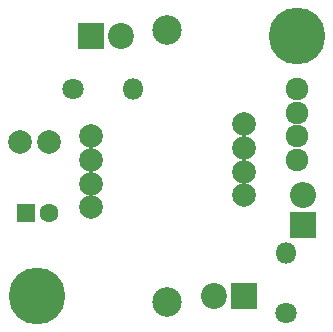
<source format=gts>
G04 #@! TF.FileFunction,Soldermask,Top*
%FSLAX46Y46*%
G04 Gerber Fmt 4.6, Leading zero omitted, Abs format (unit mm)*
G04 Created by KiCad (PCBNEW 4.0.7-e2-6376~58~ubuntu16.04.1) date Mon May 21 22:34:23 2018*
%MOMM*%
%LPD*%
G01*
G04 APERTURE LIST*
%ADD10C,0.100000*%
%ADD11C,2.500000*%
%ADD12C,2.000000*%
%ADD13R,1.600000X1.600000*%
%ADD14C,1.600000*%
%ADD15R,2.200000X2.200000*%
%ADD16C,2.200000*%
%ADD17O,2.200000X2.200000*%
%ADD18C,4.800000*%
%ADD19C,1.800000*%
%ADD20O,1.800000X1.800000*%
%ADD21C,1.924000*%
G04 APERTURE END LIST*
D10*
D11*
X168000000Y-95750000D03*
X168000000Y-72750000D03*
D12*
X155500000Y-82250000D03*
X158000000Y-82250000D03*
D13*
X156000000Y-88250000D03*
D14*
X158000000Y-88250000D03*
D15*
X174500000Y-95250000D03*
D16*
X171960000Y-95250000D03*
D15*
X161500000Y-73250000D03*
D16*
X164040000Y-73250000D03*
D15*
X179500000Y-89250000D03*
D17*
X179500000Y-86710000D03*
D18*
X157000000Y-95250000D03*
X179000000Y-73250000D03*
D19*
X178000000Y-96750000D03*
D20*
X178000000Y-91670000D03*
D19*
X160000000Y-77750000D03*
D20*
X165080000Y-77750000D03*
D21*
X179000000Y-83750000D03*
X179000000Y-81750000D03*
X179000000Y-79750000D03*
X179000000Y-77750000D03*
D12*
X161500000Y-87750000D03*
X161500000Y-85750000D03*
X161500000Y-83750000D03*
X161500000Y-81750000D03*
X174500000Y-86750000D03*
X174500000Y-84750000D03*
X174500000Y-82750000D03*
X174500000Y-80750000D03*
M02*

</source>
